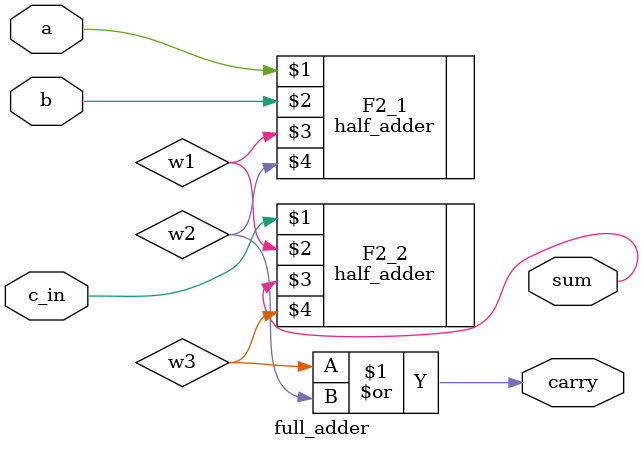
<source format=v>
module full_adder( input a, input b, input c_in, output sum, output carry );

wire w1, w2, w3;

half_adder F2_1 ( a, b,  w1, w2 );
half_adder F2_2 ( c_in, w1, sum, w3 );

or or1 (carry, w3, w2 );

endmodule


</source>
